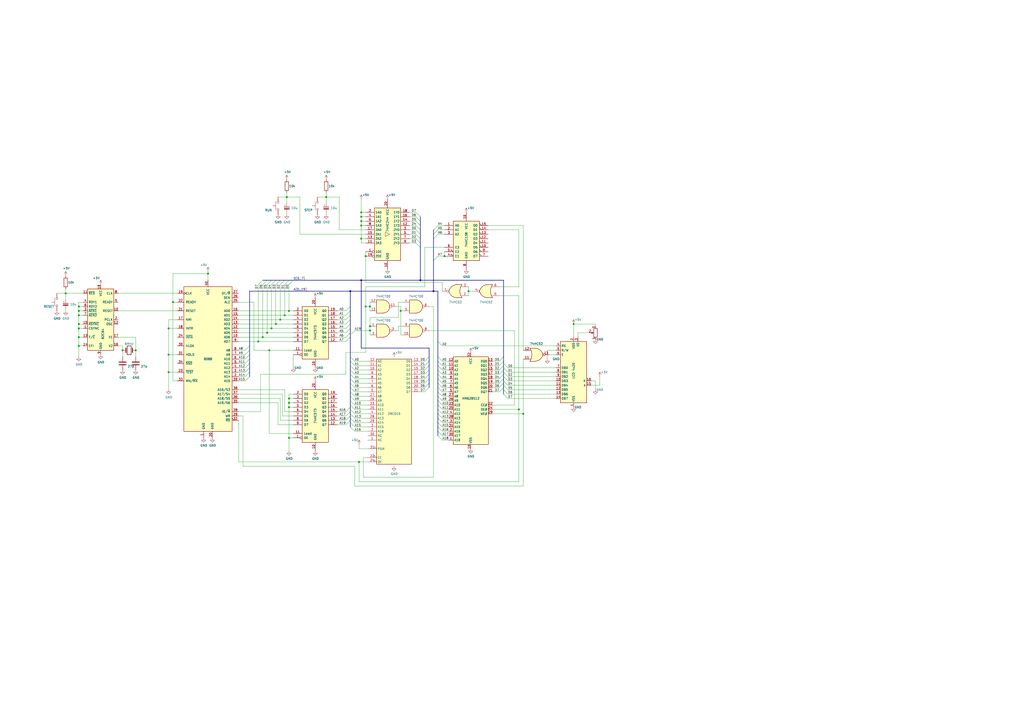
<source format=kicad_sch>
(kicad_sch (version 20211123) (generator eeschema)
  (paper "A2")
  (junction (at 45.72 180.34))
  (junction (at 100.33 175.26))
  (junction (at 45.72 177.8))
  (junction (at 160.02 187.96))
  (junction (at 165.1 182.88))
  (junction (at 97.79 205.74))
  (junction (at 71.12 203.2))
  (junction (at 303.53 240.03))
  (junction (at 167.64 236.22))
  (junction (at 232.41 180.34))
  (junction (at 45.72 190.5))
  (junction (at 332.74 187.96))
  (junction (at 214.63 177.8))
  (junction (at 209.55 125.73))
  (junction (at 45.72 182.88))
  (junction (at 243.84 162.56))
  (junction (at 214.63 191.77))
  (junction (at 167.64 233.68))
  (junction (at 209.55 138.43))
  (junction (at 203.2 168.91))
  (junction (at 212.09 177.8))
  (junction (at 208.28 267.97))
  (junction (at 97.79 215.9))
  (junction (at 271.78 168.91))
  (junction (at 97.79 190.5))
  (junction (at 162.56 185.42))
  (junction (at 300.99 237.49))
  (junction (at 149.86 198.12))
  (junction (at 257.81 148.59))
  (junction (at 154.94 193.04))
  (junction (at 166.37 114.3))
  (junction (at 45.72 187.96))
  (junction (at 167.64 231.14))
  (junction (at 78.74 203.2))
  (junction (at 157.48 190.5))
  (junction (at 45.72 200.66))
  (junction (at 251.46 168.91))
  (junction (at 167.64 180.34))
  (junction (at 38.1 170.18))
  (junction (at 156.21 203.2))
  (junction (at 212.09 148.59))
  (junction (at 214.63 189.23))
  (junction (at 152.4 195.58))
  (junction (at 167.64 254))
  (junction (at 120.65 158.75))
  (junction (at 45.72 195.58))
  (junction (at 209.55 162.56))
  (junction (at 209.55 130.81))
  (junction (at 209.55 128.27))
  (junction (at 209.55 123.19))
  (junction (at 189.23 114.3))
  (bus_entry (at 203.2 234.95) (size 2.54 2.54))
  (bus_entry (at 254 214.63) (size 2.54 2.54))
  (bus_entry (at 142.24 215.9) (size 2.54 -2.54))
  (bus_entry (at 142.24 210.82) (size 2.54 -2.54))
  (bus_entry (at 241.3 133.35) (size 2.54 2.54))
  (bus_entry (at 200.66 187.96) (size 2.54 -2.54))
  (bus_entry (at 241.3 125.73) (size 2.54 2.54))
  (bus_entry (at 241.3 128.27) (size 2.54 2.54))
  (bus_entry (at 254 212.09) (size 2.54 2.54))
  (bus_entry (at 142.24 203.2) (size 2.54 -2.54))
  (bus_entry (at 152.4 165.1) (size 2.54 -2.54))
  (bus_entry (at 203.2 227.33) (size 2.54 2.54))
  (bus_entry (at 292.1 215.9) (size 2.54 2.54))
  (bus_entry (at 254 148.59) (size -2.54 2.54))
  (bus_entry (at 254 130.81) (size -2.54 2.54))
  (bus_entry (at 254 133.35) (size -2.54 2.54))
  (bus_entry (at 254 135.89) (size -2.54 2.54))
  (bus_entry (at 246.38 212.09) (size 2.54 -2.54))
  (bus_entry (at 289.56 217.17) (size 2.54 -2.54))
  (bus_entry (at 203.2 242.57) (size 2.54 2.54))
  (bus_entry (at 292.1 223.52) (size 2.54 2.54))
  (bus_entry (at 254 222.25) (size 2.54 2.54))
  (bus_entry (at 246.38 217.17) (size 2.54 -2.54))
  (bus_entry (at 203.2 207.01) (size 2.54 2.54))
  (bus_entry (at 203.2 209.55) (size 2.54 2.54))
  (bus_entry (at 254 224.79) (size 2.54 2.54))
  (bus_entry (at 142.24 205.74) (size 2.54 -2.54))
  (bus_entry (at 246.38 224.79) (size 2.54 -2.54))
  (bus_entry (at 203.2 232.41) (size 2.54 2.54))
  (bus_entry (at 254 207.01) (size 2.54 2.54))
  (bus_entry (at 203.2 237.49) (size 2.54 2.54))
  (bus_entry (at 254 198.12) (size 2.54 2.54))
  (bus_entry (at 142.24 220.98) (size 2.54 -2.54))
  (bus_entry (at 254 234.95) (size 2.54 2.54))
  (bus_entry (at 241.3 140.97) (size 2.54 2.54))
  (bus_entry (at 254 242.57) (size 2.54 2.54))
  (bus_entry (at 254 217.17) (size 2.54 2.54))
  (bus_entry (at 292.1 218.44) (size 2.54 2.54))
  (bus_entry (at 200.66 198.12) (size 2.54 -2.54))
  (bus_entry (at 200.66 238.76) (size 2.54 -2.54))
  (bus_entry (at 200.66 182.88) (size 2.54 -2.54))
  (bus_entry (at 154.94 165.1) (size 2.54 -2.54))
  (bus_entry (at 200.66 190.5) (size 2.54 -2.54))
  (bus_entry (at 241.3 135.89) (size 2.54 2.54))
  (bus_entry (at 160.02 165.1) (size 2.54 -2.54))
  (bus_entry (at 292.1 228.6) (size 2.54 2.54))
  (bus_entry (at 142.24 218.44) (size 2.54 -2.54))
  (bus_entry (at 289.56 227.33) (size 2.54 -2.54))
  (bus_entry (at 292.1 210.82) (size 2.54 2.54))
  (bus_entry (at 289.56 222.25) (size 2.54 -2.54))
  (bus_entry (at 289.56 224.79) (size 2.54 -2.54))
  (bus_entry (at 289.56 214.63) (size 2.54 -2.54))
  (bus_entry (at 203.2 217.17) (size 2.54 2.54))
  (bus_entry (at 200.66 246.38) (size 2.54 -2.54))
  (bus_entry (at 200.66 243.84) (size 2.54 -2.54))
  (bus_entry (at 142.24 213.36) (size 2.54 -2.54))
  (bus_entry (at 254 245.11) (size 2.54 2.54))
  (bus_entry (at 203.2 229.87) (size 2.54 2.54))
  (bus_entry (at 200.66 193.04) (size 2.54 -2.54))
  (bus_entry (at 241.3 123.19) (size 2.54 2.54))
  (bus_entry (at 254 240.03) (size 2.54 2.54))
  (bus_entry (at 289.56 212.09) (size 2.54 -2.54))
  (bus_entry (at 292.1 213.36) (size 2.54 2.54))
  (bus_entry (at 203.2 194.31) (size 2.54 -2.54))
  (bus_entry (at 254 227.33) (size 2.54 2.54))
  (bus_entry (at 157.48 165.1) (size 2.54 -2.54))
  (bus_entry (at 203.2 247.65) (size 2.54 2.54))
  (bus_entry (at 167.64 165.1) (size 2.54 -2.54))
  (bus_entry (at 289.56 209.55) (size 2.54 -2.54))
  (bus_entry (at 241.3 130.81) (size 2.54 2.54))
  (bus_entry (at 203.2 214.63) (size 2.54 2.54))
  (bus_entry (at 203.2 245.11) (size 2.54 2.54))
  (bus_entry (at 292.1 220.98) (size 2.54 2.54))
  (bus_entry (at 246.38 219.71) (size 2.54 -2.54))
  (bus_entry (at 246.38 214.63) (size 2.54 -2.54))
  (bus_entry (at 162.56 165.1) (size 2.54 -2.54))
  (bus_entry (at 142.24 208.28) (size 2.54 -2.54))
  (bus_entry (at 203.2 240.03) (size 2.54 2.54))
  (bus_entry (at 246.38 209.55) (size 2.54 -2.54))
  (bus_entry (at 246.38 227.33) (size 2.54 -2.54))
  (bus_entry (at 292.1 226.06) (size 2.54 2.54))
  (bus_entry (at 254 229.87) (size 2.54 2.54))
  (bus_entry (at 254 237.49) (size 2.54 2.54))
  (bus_entry (at 200.66 241.3) (size 2.54 -2.54))
  (bus_entry (at 246.38 222.25) (size 2.54 -2.54))
  (bus_entry (at 289.56 219.71) (size 2.54 -2.54))
  (bus_entry (at 254 209.55) (size 2.54 2.54))
  (bus_entry (at 149.86 165.1) (size 2.54 -2.54))
  (bus_entry (at 203.2 212.09) (size 2.54 2.54))
  (bus_entry (at 254 250.19) (size 2.54 2.54))
  (bus_entry (at 200.66 195.58) (size 2.54 -2.54))
  (bus_entry (at 203.2 219.71) (size 2.54 2.54))
  (bus_entry (at 254 232.41) (size 2.54 2.54))
  (bus_entry (at 241.3 138.43) (size 2.54 2.54))
  (bus_entry (at 200.66 185.42) (size 2.54 -2.54))
  (bus_entry (at 165.1 165.1) (size 2.54 -2.54))
  (bus_entry (at 200.66 180.34) (size 2.54 -2.54))
  (bus_entry (at 254 247.65) (size 2.54 2.54))
  (bus_entry (at 203.2 224.79) (size 2.54 2.54))
  (bus_entry (at 254 252.73) (size 2.54 2.54))
  (bus_entry (at 203.2 222.25) (size 2.54 2.54))
  (bus_entry (at 254 219.71) (size 2.54 2.54))
  (bus (pts (xy 254 242.57) (xy 254 245.11)))
  (wire (pts (xy 205.74 209.55) (xy 213.36 209.55)))
  (wire (pts (xy 195.58 193.04) (xy 200.66 193.04)))
  (wire (pts (xy 256.54 168.91) (xy 256.54 163.83)))
  (wire (pts (xy 243.84 212.09) (xy 246.38 212.09)))
  (wire (pts (xy 209.55 140.97) (xy 209.55 138.43)))
  (wire (pts (xy 237.49 130.81) (xy 241.3 130.81)))
  (wire (pts (xy 45.72 195.58) (xy 48.26 195.58)))
  (bus (pts (xy 203.2 187.96) (xy 203.2 190.5)))
  (wire (pts (xy 167.64 165.1) (xy 167.64 180.34)))
  (wire (pts (xy 294.64 213.36) (xy 322.58 213.36)))
  (bus (pts (xy 165.1 162.56) (xy 167.64 162.56)))
  (bus (pts (xy 248.92 207.01) (xy 248.92 209.55)))
  (wire (pts (xy 231.14 189.23) (xy 231.14 191.77)))
  (wire (pts (xy 205.74 191.77) (xy 214.63 191.77)))
  (wire (pts (xy 205.74 229.87) (xy 213.36 229.87)))
  (wire (pts (xy 165.1 182.88) (xy 170.18 182.88)))
  (wire (pts (xy 138.43 241.3) (xy 140.97 241.3)))
  (wire (pts (xy 102.87 215.9) (xy 97.79 215.9)))
  (wire (pts (xy 170.18 193.04) (xy 154.94 193.04)))
  (bus (pts (xy 144.78 168.91) (xy 144.78 200.66)))
  (bus (pts (xy 203.2 238.76) (xy 203.2 240.03)))
  (wire (pts (xy 285.75 224.79) (xy 289.56 224.79)))
  (wire (pts (xy 322.58 203.2) (xy 317.5 203.2)))
  (wire (pts (xy 38.1 179.07) (xy 38.1 180.34)))
  (wire (pts (xy 156.21 203.2) (xy 170.18 203.2)))
  (wire (pts (xy 243.84 227.33) (xy 246.38 227.33)))
  (wire (pts (xy 298.45 191.77) (xy 298.45 234.95)))
  (wire (pts (xy 68.58 170.18) (xy 102.87 170.18)))
  (bus (pts (xy 243.84 162.56) (xy 209.55 162.56)))
  (bus (pts (xy 292.1 217.17) (xy 292.1 218.44)))
  (wire (pts (xy 200.66 185.42) (xy 195.58 185.42)))
  (wire (pts (xy 78.74 195.58) (xy 78.74 203.2)))
  (wire (pts (xy 233.68 180.34) (xy 232.41 180.34)))
  (wire (pts (xy 156.21 251.46) (xy 170.18 251.46)))
  (wire (pts (xy 214.63 175.26) (xy 214.63 177.8)))
  (wire (pts (xy 200.66 217.17) (xy 200.66 204.47)))
  (wire (pts (xy 294.64 231.14) (xy 322.58 231.14)))
  (bus (pts (xy 152.4 162.56) (xy 154.94 162.56)))
  (bus (pts (xy 203.2 185.42) (xy 203.2 187.96)))
  (wire (pts (xy 45.72 187.96) (xy 45.72 190.5)))
  (wire (pts (xy 232.41 194.31) (xy 233.68 194.31)))
  (bus (pts (xy 243.84 143.51) (xy 243.84 162.56)))
  (bus (pts (xy 292.1 226.06) (xy 292.1 228.6)))
  (wire (pts (xy 205.74 219.71) (xy 213.36 219.71)))
  (bus (pts (xy 254 168.91) (xy 254 198.12)))
  (wire (pts (xy 160.02 187.96) (xy 170.18 187.96)))
  (wire (pts (xy 170.18 228.6) (xy 167.64 228.6)))
  (wire (pts (xy 254 148.59) (xy 257.81 148.59)))
  (wire (pts (xy 162.56 231.14) (xy 162.56 243.84)))
  (wire (pts (xy 195.58 182.88) (xy 200.66 182.88)))
  (bus (pts (xy 254 234.95) (xy 254 237.49)))
  (wire (pts (xy 120.65 158.75) (xy 120.65 162.56)))
  (wire (pts (xy 154.94 193.04) (xy 138.43 193.04)))
  (bus (pts (xy 203.2 212.09) (xy 203.2 214.63)))
  (bus (pts (xy 248.92 214.63) (xy 248.92 217.17)))
  (wire (pts (xy 212.09 148.59) (xy 212.09 146.05)))
  (bus (pts (xy 203.2 219.71) (xy 203.2 222.25)))
  (wire (pts (xy 142.24 205.74) (xy 138.43 205.74)))
  (wire (pts (xy 200.66 180.34) (xy 195.58 180.34)))
  (bus (pts (xy 254 229.87) (xy 254 232.41)))
  (wire (pts (xy 256.54 200.66) (xy 322.58 200.66)))
  (wire (pts (xy 167.64 233.68) (xy 170.18 233.68)))
  (wire (pts (xy 335.28 193.04) (xy 341.63 193.04)))
  (wire (pts (xy 214.63 177.8) (xy 214.63 180.34)))
  (bus (pts (xy 254 247.65) (xy 254 250.19)))
  (bus (pts (xy 254 240.03) (xy 254 242.57)))
  (wire (pts (xy 209.55 130.81) (xy 212.09 130.81)))
  (wire (pts (xy 246.38 143.51) (xy 257.81 143.51)))
  (wire (pts (xy 97.79 190.5) (xy 97.79 205.74)))
  (bus (pts (xy 167.64 162.56) (xy 170.18 162.56)))
  (bus (pts (xy 248.92 212.09) (xy 248.92 214.63)))
  (wire (pts (xy 256.54 252.73) (xy 260.35 252.73)))
  (bus (pts (xy 203.2 190.5) (xy 203.2 193.04)))
  (bus (pts (xy 203.2 168.91) (xy 251.46 168.91)))
  (wire (pts (xy 200.66 204.47) (xy 212.09 204.47)))
  (wire (pts (xy 300.99 279.4) (xy 300.99 237.49)))
  (wire (pts (xy 140.97 270.51) (xy 205.74 270.51)))
  (bus (pts (xy 144.78 168.91) (xy 203.2 168.91)))
  (wire (pts (xy 170.18 180.34) (xy 167.64 180.34)))
  (wire (pts (xy 189.23 111.76) (xy 189.23 114.3)))
  (wire (pts (xy 318.77 205.74) (xy 322.58 205.74)))
  (wire (pts (xy 256.54 240.03) (xy 260.35 240.03)))
  (wire (pts (xy 45.72 195.58) (xy 45.72 200.66)))
  (wire (pts (xy 147.32 175.26) (xy 147.32 203.2)))
  (wire (pts (xy 189.23 114.3) (xy 189.23 118.11)))
  (bus (pts (xy 203.2 245.11) (xy 203.2 247.65)))
  (wire (pts (xy 209.55 128.27) (xy 209.55 125.73)))
  (wire (pts (xy 205.74 247.65) (xy 213.36 247.65)))
  (wire (pts (xy 195.58 198.12) (xy 200.66 198.12)))
  (wire (pts (xy 195.58 187.96) (xy 200.66 187.96)))
  (wire (pts (xy 303.53 240.03) (xy 303.53 281.94)))
  (wire (pts (xy 256.54 237.49) (xy 260.35 237.49)))
  (wire (pts (xy 237.49 133.35) (xy 241.3 133.35)))
  (bus (pts (xy 144.78 200.66) (xy 144.78 203.2)))
  (wire (pts (xy 68.58 195.58) (xy 78.74 195.58)))
  (wire (pts (xy 251.46 276.86) (xy 251.46 177.8)))
  (wire (pts (xy 231.14 175.26) (xy 231.14 184.15)))
  (bus (pts (xy 203.2 236.22) (xy 203.2 237.49)))
  (wire (pts (xy 212.09 138.43) (xy 209.55 138.43)))
  (bus (pts (xy 254 232.41) (xy 254 234.95)))
  (wire (pts (xy 232.41 180.34) (xy 232.41 177.8)))
  (wire (pts (xy 285.75 240.03) (xy 303.53 240.03)))
  (wire (pts (xy 212.09 163.83) (xy 212.09 148.59)))
  (wire (pts (xy 165.1 165.1) (xy 165.1 182.88)))
  (wire (pts (xy 166.37 114.3) (xy 161.29 114.3)))
  (wire (pts (xy 205.74 214.63) (xy 213.36 214.63)))
  (wire (pts (xy 167.64 231.14) (xy 170.18 231.14)))
  (wire (pts (xy 237.49 125.73) (xy 241.3 125.73)))
  (bus (pts (xy 203.2 229.87) (xy 203.2 232.41)))
  (wire (pts (xy 271.78 168.91) (xy 274.32 168.91)))
  (wire (pts (xy 212.09 125.73) (xy 209.55 125.73)))
  (wire (pts (xy 256.54 212.09) (xy 260.35 212.09)))
  (wire (pts (xy 237.49 138.43) (xy 241.3 138.43)))
  (wire (pts (xy 285.75 217.17) (xy 289.56 217.17)))
  (bus (pts (xy 292.1 224.79) (xy 292.1 226.06)))
  (wire (pts (xy 45.72 182.88) (xy 45.72 187.96)))
  (bus (pts (xy 144.78 210.82) (xy 144.78 213.36)))
  (wire (pts (xy 120.65 157.48) (xy 120.65 158.75)))
  (wire (pts (xy 165.1 226.06) (xy 165.1 238.76)))
  (wire (pts (xy 138.43 198.12) (xy 149.86 198.12)))
  (wire (pts (xy 157.48 165.1) (xy 157.48 190.5)))
  (wire (pts (xy 248.92 191.77) (xy 298.45 191.77)))
  (bus (pts (xy 170.18 162.56) (xy 209.55 162.56)))
  (wire (pts (xy 237.49 128.27) (xy 241.3 128.27)))
  (bus (pts (xy 160.02 162.56) (xy 162.56 162.56)))
  (wire (pts (xy 45.72 180.34) (xy 45.72 182.88)))
  (wire (pts (xy 45.72 190.5) (xy 45.72 195.58)))
  (wire (pts (xy 100.33 220.98) (xy 100.33 175.26)))
  (bus (pts (xy 254 224.79) (xy 254 227.33)))
  (wire (pts (xy 300.99 237.49) (xy 300.99 171.45)))
  (wire (pts (xy 294.64 218.44) (xy 322.58 218.44)))
  (wire (pts (xy 209.55 115.57) (xy 209.55 123.19)))
  (bus (pts (xy 203.2 195.58) (xy 203.2 207.01)))
  (bus (pts (xy 209.55 162.56) (xy 209.55 201.93)))
  (wire (pts (xy 161.29 246.38) (xy 170.18 246.38)))
  (wire (pts (xy 166.37 111.76) (xy 166.37 114.3)))
  (wire (pts (xy 45.72 200.66) (xy 48.26 200.66)))
  (wire (pts (xy 243.84 217.17) (xy 246.38 217.17)))
  (wire (pts (xy 196.85 114.3) (xy 189.23 114.3)))
  (wire (pts (xy 78.74 203.2) (xy 78.74 207.01)))
  (wire (pts (xy 173.99 135.89) (xy 173.99 114.3)))
  (wire (pts (xy 246.38 166.37) (xy 246.38 143.51)))
  (wire (pts (xy 285.75 214.63) (xy 289.56 214.63)))
  (bus (pts (xy 243.84 125.73) (xy 243.84 128.27)))
  (wire (pts (xy 151.13 238.76) (xy 151.13 217.17)))
  (wire (pts (xy 208.28 257.81) (xy 208.28 260.35)))
  (wire (pts (xy 38.1 167.64) (xy 38.1 170.18)))
  (bus (pts (xy 254 207.01) (xy 254 209.55)))
  (bus (pts (xy 248.92 222.25) (xy 248.92 224.79)))
  (wire (pts (xy 138.43 213.36) (xy 142.24 213.36)))
  (wire (pts (xy 100.33 158.75) (xy 100.33 175.26)))
  (wire (pts (xy 209.55 123.19) (xy 209.55 125.73)))
  (wire (pts (xy 195.58 243.84) (xy 200.66 243.84)))
  (wire (pts (xy 71.12 203.2) (xy 71.12 207.01)))
  (bus (pts (xy 292.1 207.01) (xy 292.1 209.55)))
  (bus (pts (xy 248.92 219.71) (xy 248.92 222.25)))
  (wire (pts (xy 256.54 217.17) (xy 260.35 217.17)))
  (wire (pts (xy 212.09 204.47) (xy 212.09 177.8)))
  (bus (pts (xy 292.1 162.56) (xy 243.84 162.56)))
  (wire (pts (xy 173.99 114.3) (xy 166.37 114.3)))
  (wire (pts (xy 303.53 203.2) (xy 303.53 130.81)))
  (bus (pts (xy 254 219.71) (xy 254 222.25)))
  (wire (pts (xy 45.72 180.34) (xy 48.26 180.34)))
  (wire (pts (xy 48.26 175.26) (xy 45.72 175.26)))
  (wire (pts (xy 210.82 276.86) (xy 251.46 276.86)))
  (wire (pts (xy 138.43 195.58) (xy 152.4 195.58)))
  (bus (pts (xy 203.2 177.8) (xy 203.2 180.34)))
  (wire (pts (xy 97.79 190.5) (xy 102.87 190.5)))
  (wire (pts (xy 97.79 185.42) (xy 97.79 190.5)))
  (wire (pts (xy 167.64 236.22) (xy 167.64 254)))
  (wire (pts (xy 205.74 232.41) (xy 213.36 232.41)))
  (wire (pts (xy 342.9 220.98) (xy 345.44 220.98)))
  (wire (pts (xy 167.64 233.68) (xy 167.64 236.22)))
  (wire (pts (xy 200.66 195.58) (xy 195.58 195.58)))
  (wire (pts (xy 142.24 210.82) (xy 138.43 210.82)))
  (wire (pts (xy 256.54 163.83) (xy 212.09 163.83)))
  (wire (pts (xy 256.54 247.65) (xy 260.35 247.65)))
  (wire (pts (xy 254 130.81) (xy 257.81 130.81)))
  (wire (pts (xy 154.94 165.1) (xy 154.94 193.04)))
  (wire (pts (xy 165.1 238.76) (xy 170.18 238.76)))
  (wire (pts (xy 163.83 241.3) (xy 170.18 241.3)))
  (bus (pts (xy 203.2 241.3) (xy 203.2 242.57)))
  (bus (pts (xy 254 209.55) (xy 254 212.09)))
  (wire (pts (xy 345.44 187.96) (xy 332.74 187.96)))
  (bus (pts (xy 292.1 212.09) (xy 292.1 213.36)))
  (wire (pts (xy 285.75 219.71) (xy 289.56 219.71)))
  (wire (pts (xy 283.21 130.81) (xy 303.53 130.81)))
  (bus (pts (xy 292.1 207.01) (xy 292.1 162.56)))
  (wire (pts (xy 303.53 208.28) (xy 303.53 240.03)))
  (wire (pts (xy 256.54 224.79) (xy 260.35 224.79)))
  (bus (pts (xy 203.2 243.84) (xy 203.2 245.11)))
  (wire (pts (xy 170.18 205.74) (xy 170.18 213.36)))
  (wire (pts (xy 151.13 217.17) (xy 200.66 217.17)))
  (bus (pts (xy 144.78 213.36) (xy 144.78 215.9)))
  (wire (pts (xy 232.41 180.34) (xy 232.41 194.31)))
  (wire (pts (xy 294.64 220.98) (xy 322.58 220.98)))
  (wire (pts (xy 285.75 227.33) (xy 289.56 227.33)))
  (wire (pts (xy 231.14 191.77) (xy 229.87 191.77)))
  (wire (pts (xy 138.43 218.44) (xy 142.24 218.44)))
  (bus (pts (xy 144.78 205.74) (xy 144.78 208.28)))
  (wire (pts (xy 285.75 212.09) (xy 289.56 212.09)))
  (wire (pts (xy 162.56 243.84) (xy 170.18 243.84)))
  (wire (pts (xy 205.74 234.95) (xy 213.36 234.95)))
  (wire (pts (xy 68.58 200.66) (xy 71.12 200.66)))
  (wire (pts (xy 285.75 237.49) (xy 300.99 237.49)))
  (wire (pts (xy 251.46 177.8) (xy 248.92 177.8)))
  (wire (pts (xy 212.09 123.19) (xy 209.55 123.19)))
  (wire (pts (xy 209.55 130.81) (xy 209.55 138.43)))
  (wire (pts (xy 161.29 233.68) (xy 161.29 246.38)))
  (wire (pts (xy 45.72 177.8) (xy 48.26 177.8)))
  (wire (pts (xy 256.54 232.41) (xy 260.35 232.41)))
  (wire (pts (xy 152.4 195.58) (xy 170.18 195.58)))
  (wire (pts (xy 138.43 190.5) (xy 157.48 190.5)))
  (bus (pts (xy 292.1 215.9) (xy 292.1 217.17)))
  (wire (pts (xy 214.63 184.15) (xy 214.63 189.23)))
  (bus (pts (xy 292.1 214.63) (xy 292.1 215.9)))
  (bus (pts (xy 243.84 128.27) (xy 243.84 130.81)))
  (wire (pts (xy 138.43 182.88) (xy 165.1 182.88)))
  (wire (pts (xy 233.68 189.23) (xy 231.14 189.23)))
  (bus (pts (xy 292.1 220.98) (xy 292.1 222.25)))
  (wire (pts (xy 189.23 114.3) (xy 184.15 114.3)))
  (wire (pts (xy 45.72 175.26) (xy 45.72 177.8)))
  (bus (pts (xy 254 198.12) (xy 254 207.01)))
  (wire (pts (xy 97.79 215.9) (xy 97.79 226.06)))
  (wire (pts (xy 285.75 222.25) (xy 289.56 222.25)))
  (wire (pts (xy 256.54 229.87) (xy 260.35 229.87)))
  (bus (pts (xy 292.1 222.25) (xy 292.1 223.52)))
  (wire (pts (xy 212.09 140.97) (xy 209.55 140.97)))
  (wire (pts (xy 205.74 250.19) (xy 213.36 250.19)))
  (wire (pts (xy 38.1 170.18) (xy 38.1 173.99)))
  (wire (pts (xy 300.99 166.37) (xy 289.56 166.37)))
  (wire (pts (xy 38.1 170.18) (xy 48.26 170.18)))
  (wire (pts (xy 45.72 190.5) (xy 48.26 190.5)))
  (wire (pts (xy 45.72 200.66) (xy 45.72 207.01)))
  (wire (pts (xy 205.74 224.79) (xy 213.36 224.79)))
  (wire (pts (xy 256.54 222.25) (xy 260.35 222.25)))
  (wire (pts (xy 138.43 231.14) (xy 162.56 231.14)))
  (wire (pts (xy 205.74 270.51) (xy 205.74 281.94)))
  (wire (pts (xy 205.74 245.11) (xy 213.36 245.11)))
  (wire (pts (xy 142.24 220.98) (xy 138.43 220.98)))
  (wire (pts (xy 102.87 220.98) (xy 100.33 220.98)))
  (wire (pts (xy 138.43 203.2) (xy 142.24 203.2)))
  (wire (pts (xy 294.64 228.6) (xy 322.58 228.6)))
  (wire (pts (xy 149.86 198.12) (xy 170.18 198.12)))
  (bus (pts (xy 251.46 138.43) (xy 251.46 151.13)))
  (wire (pts (xy 283.21 133.35) (xy 300.99 133.35)))
  (wire (pts (xy 205.74 227.33) (xy 213.36 227.33)))
  (wire (pts (xy 243.84 209.55) (xy 246.38 209.55)))
  (bus (pts (xy 144.78 215.9) (xy 144.78 218.44)))
  (wire (pts (xy 167.64 231.14) (xy 167.64 233.68)))
  (wire (pts (xy 209.55 128.27) (xy 212.09 128.27)))
  (bus (pts (xy 209.55 201.93) (xy 248.92 201.93)))
  (wire (pts (xy 167.64 254) (xy 167.64 261.62)))
  (wire (pts (xy 243.84 222.25) (xy 246.38 222.25)))
  (bus (pts (xy 248.92 201.93) (xy 248.92 207.01)))
  (wire (pts (xy 294.64 226.06) (xy 322.58 226.06)))
  (bus (pts (xy 248.92 209.55) (xy 248.92 212.09)))
  (bus (pts (xy 203.2 234.95) (xy 203.2 236.22)))
  (wire (pts (xy 167.64 236.22) (xy 170.18 236.22)))
  (bus (pts (xy 254 250.19) (xy 254 252.73)))
  (wire (pts (xy 317.5 203.2) (xy 317.5 208.28)))
  (wire (pts (xy 102.87 205.74) (xy 97.79 205.74)))
  (bus (pts (xy 154.94 162.56) (xy 157.48 162.56)))
  (bus (pts (xy 203.2 237.49) (xy 203.2 238.76)))
  (wire (pts (xy 167.64 228.6) (xy 167.64 231.14)))
  (wire (pts (xy 156.21 203.2) (xy 156.21 251.46)))
  (bus (pts (xy 243.84 140.97) (xy 243.84 143.51)))
  (wire (pts (xy 256.54 219.71) (xy 260.35 219.71)))
  (wire (pts (xy 166.37 123.19) (xy 166.37 124.46)))
  (wire (pts (xy 170.18 254) (xy 167.64 254)))
  (bus (pts (xy 243.84 130.81) (xy 243.84 133.35)))
  (wire (pts (xy 138.43 228.6) (xy 163.83 228.6)))
  (wire (pts (xy 294.64 215.9) (xy 322.58 215.9)))
  (wire (pts (xy 256.54 255.27) (xy 260.35 255.27)))
  (wire (pts (xy 208.28 260.35) (xy 213.36 260.35)))
  (wire (pts (xy 45.72 187.96) (xy 48.26 187.96)))
  (wire (pts (xy 167.64 180.34) (xy 138.43 180.34)))
  (wire (pts (xy 212.09 133.35) (xy 196.85 133.35)))
  (bus (pts (xy 243.84 133.35) (xy 243.84 135.89)))
  (bus (pts (xy 162.56 162.56) (xy 165.1 162.56)))
  (wire (pts (xy 205.74 217.17) (xy 213.36 217.17)))
  (bus (pts (xy 203.2 168.91) (xy 203.2 177.8)))
  (bus (pts (xy 292.1 213.36) (xy 292.1 214.63)))
  (bus (pts (xy 203.2 222.25) (xy 203.2 224.79)))
  (wire (pts (xy 256.54 227.33) (xy 260.35 227.33)))
  (bus (pts (xy 203.2 193.04) (xy 203.2 194.31)))
  (bus (pts (xy 203.2 240.03) (xy 203.2 241.3)))
  (wire (pts (xy 45.72 177.8) (xy 45.72 180.34)))
  (wire (pts (xy 212.09 135.89) (xy 173.99 135.89)))
  (wire (pts (xy 205.74 212.09) (xy 213.36 212.09)))
  (wire (pts (xy 195.58 238.76) (xy 200.66 238.76)))
  (bus (pts (xy 203.2 242.57) (xy 203.2 243.84)))
  (wire (pts (xy 138.43 208.28) (xy 142.24 208.28)))
  (wire (pts (xy 300.99 133.35) (xy 300.99 166.37)))
  (bus (pts (xy 203.2 209.55) (xy 203.2 212.09)))
  (bus (pts (xy 203.2 182.88) (xy 203.2 185.42)))
  (bus (pts (xy 203.2 232.41) (xy 203.2 234.95)))
  (wire (pts (xy 345.44 189.23) (xy 345.44 187.96)))
  (wire (pts (xy 256.54 234.95) (xy 260.35 234.95)))
  (bus (pts (xy 254 214.63) (xy 254 217.17)))
  (wire (pts (xy 147.32 203.2) (xy 156.21 203.2)))
  (wire (pts (xy 71.12 200.66) (xy 71.12 203.2)))
  (wire (pts (xy 100.33 175.26) (xy 102.87 175.26)))
  (bus (pts (xy 251.46 133.35) (xy 251.46 135.89)))
  (wire (pts (xy 256.54 245.11) (xy 260.35 245.11)))
  (bus (pts (xy 243.84 138.43) (xy 243.84 140.97)))
  (wire (pts (xy 205.74 240.03) (xy 213.36 240.03)))
  (wire (pts (xy 243.84 219.71) (xy 246.38 219.71)))
  (wire (pts (xy 205.74 281.94) (xy 303.53 281.94)))
  (bus (pts (xy 203.2 214.63) (xy 203.2 217.17)))
  (bus (pts (xy 144.78 203.2) (xy 144.78 205.74)))
  (wire (pts (xy 166.37 114.3) (xy 166.37 118.11)))
  (wire (pts (xy 140.97 241.3) (xy 140.97 270.51)))
  (wire (pts (xy 257.81 146.05) (xy 257.81 148.59)))
  (wire (pts (xy 157.48 190.5) (xy 170.18 190.5)))
  (bus (pts (xy 203.2 217.17) (xy 203.2 219.71)))
  (wire (pts (xy 285.75 209.55) (xy 289.56 209.55)))
  (wire (pts (xy 214.63 189.23) (xy 214.63 191.77)))
  (bus (pts (xy 254 212.09) (xy 254 214.63)))
  (wire (pts (xy 208.28 267.97) (xy 213.36 267.97)))
  (wire (pts (xy 271.78 171.45) (xy 271.78 168.91)))
  (bus (pts (xy 243.84 135.89) (xy 243.84 138.43)))
  (bus (pts (xy 254 245.11) (xy 254 247.65)))
  (wire (pts (xy 254 135.89) (xy 257.81 135.89)))
  (bus (pts (xy 292.1 210.82) (xy 292.1 212.09)))
  (bus (pts (xy 292.1 223.52) (xy 292.1 224.79)))
  (wire (pts (xy 298.45 234.95) (xy 285.75 234.95)))
  (bus (pts (xy 251.46 168.91) (xy 254 168.91)))
  (wire (pts (xy 163.83 228.6) (xy 163.83 241.3)))
  (wire (pts (xy 160.02 165.1) (xy 160.02 187.96)))
  (wire (pts (xy 232.41 177.8) (xy 229.87 177.8)))
  (bus (pts (xy 254 217.17) (xy 254 219.71)))
  (wire (pts (xy 209.55 130.81) (xy 209.55 128.27)))
  (bus (pts (xy 203.2 227.33) (xy 203.2 229.87)))
  (wire (pts (xy 213.36 265.43) (xy 210.82 265.43)))
  (wire (pts (xy 68.58 180.34) (xy 102.87 180.34)))
  (wire (pts (xy 212.09 177.8) (xy 212.09 166.37)))
  (wire (pts (xy 189.23 123.19) (xy 189.23 124.46)))
  (bus (pts (xy 251.46 135.89) (xy 251.46 138.43)))
  (wire (pts (xy 212.09 177.8) (xy 214.63 177.8)))
  (wire (pts (xy 45.72 182.88) (xy 48.26 182.88)))
  (wire (pts (xy 254 133.35) (xy 257.81 133.35)))
  (bus (pts (xy 254 222.25) (xy 254 224.79)))
  (wire (pts (xy 138.43 175.26) (xy 147.32 175.26)))
  (wire (pts (xy 102.87 185.42) (xy 97.79 185.42)))
  (wire (pts (xy 138.43 233.68) (xy 161.29 233.68)))
  (wire (pts (xy 347.98 223.52) (xy 347.98 218.44)))
  (bus (pts (xy 203.2 207.01) (xy 203.2 209.55)))
  (bus (pts (xy 292.1 209.55) (xy 292.1 210.82)))
  (wire (pts (xy 243.84 224.79) (xy 246.38 224.79)))
  (wire (pts (xy 256.54 209.55) (xy 260.35 209.55)))
  (wire (pts (xy 162.56 165.1) (xy 162.56 185.42)))
  (bus (pts (xy 203.2 194.31) (xy 203.2 195.58)))
  (wire (pts (xy 237.49 135.89) (xy 241.3 135.89)))
  (bus (pts (xy 292.1 219.71) (xy 292.1 220.98)))
  (wire (pts (xy 149.86 165.1) (xy 149.86 198.12)))
  (wire (pts (xy 205.74 222.25) (xy 213.36 222.25)))
  (wire (pts (xy 256.54 214.63) (xy 260.35 214.63)))
  (wire (pts (xy 38.1 170.18) (xy 33.02 170.18)))
  (bus (pts (xy 144.78 208.28) (xy 144.78 210.82)))
  (wire (pts (xy 138.43 226.06) (xy 165.1 226.06)))
  (wire (pts (xy 200.66 246.38) (xy 195.58 246.38)))
  (wire (pts (xy 335.28 195.58) (xy 335.28 193.04)))
  (bus (pts (xy 292.1 218.44) (xy 292.1 219.71)))
  (wire (pts (xy 342.9 223.52) (xy 347.98 223.52)))
  (wire (pts (xy 162.56 185.42) (xy 138.43 185.42)))
  (wire (pts (xy 208.28 267.97) (xy 208.28 279.4)))
  (bus (pts (xy 251.46 151.13) (xy 251.46 168.91)))
  (wire (pts (xy 214.63 191.77) (xy 214.63 194.31)))
  (wire (pts (xy 138.43 238.76) (xy 151.13 238.76)))
  (wire (pts (xy 233.68 175.26) (xy 231.14 175.26)))
  (wire (pts (xy 208.28 279.4) (xy 300.99 279.4)))
  (bus (pts (xy 203.2 224.79) (xy 203.2 227.33)))
  (wire (pts (xy 120.65 158.75) (xy 100.33 158.75)))
  (wire (pts (xy 142.24 215.9) (xy 138.43 215.9)))
  (wire (pts (xy 212.09 166.37) (xy 246.38 166.37)))
  (wire (pts (xy 243.84 214.63) (xy 246.38 214.63)))
  (bus (pts (xy 203.2 180.34) (xy 203.2 182.88)))
  (wire (pts (xy 237.49 140.97) (xy 241.3 140.97)))
  (wire (pts (xy 205.74 237.49) (xy 213.36 237.49)))
  (wire (pts (xy 271.78 168.91) (xy 271.78 166.37)))
  (wire (pts (xy 170.18 185.42) (xy 162.56 185.42)))
  (wire (pts (xy 205.74 242.57) (xy 213.36 242.57)))
  (wire (pts (xy 138.43 243.84) (xy 138.43 267.97)))
  (wire (pts (xy 97.79 205.74) (xy 97.79 215.9)))
  (wire (pts (xy 210.82 265.43) (xy 210.82 276.86)))
  (wire (pts (xy 332.74 187.96) (xy 332.74 195.58)))
  (bus (pts (xy 248.92 217.17) (xy 248.92 219.71)))
  (wire (pts (xy 345.44 220.98) (xy 345.44 226.06)))
  (bus (pts (xy 254 237.49) (xy 254 240.03)))
  (wire (pts (xy 138.43 187.96) (xy 160.02 187.96)))
  (bus (pts (xy 254 227.33) (xy 254 229.87)))
  (bus (pts (xy 157.48 162.56) (xy 160.02 162.56)))
  (wire (pts (xy 196.85 133.35) (xy 196.85 114.3)))
  (wire (pts (xy 200.66 241.3) (xy 195.58 241.3)))
  (wire (pts (xy 300.99 171.45) (xy 289.56 171.45)))
  (wire (pts (xy 256.54 242.57) (xy 260.35 242.57)))
  (wire (pts (xy 231.14 184.15) (xy 214.63 184.15)))
  (wire (pts (xy 200.66 190.5) (xy 195.58 190.5)))
  (wire (pts (xy 138.43 267.97) (xy 208.28 267.97)))
  (wire (pts (xy 294.64 223.52) (xy 322.58 223.52)))
  (wire (pts (xy 152.4 165.1) (xy 152.4 195.58)))
  (wire (pts (xy 256.54 250.19) (xy 260.35 250.19)))
  (wire (pts (xy 237.49 123.19) (xy 241.3 123.19)))
  (label "D7" (at 149.86 167.64 90))
  (label "D2" (at 243.84 214.63 0))
  (label "A6" (at 254 135.89 0))
  (label "A7" (at 205.74 227.33 0))
  (label "D6" (at 152.4 167.64 90))
  (label "D0" (at 243.84 209.55 0))
  (label "D6" (at 243.84 224.79 0))
  (label "D4" (at 287.02 219.71 0))
  (label "A15" (at 205.74 247.65 0))
  (label "A2" (at 196.85 185.42 0))
  (label "D[0..7]" (at 170.18 162.56 0))
  (label "D3" (at 238.76 140.97 0))
  (label "A16" (at 205.74 250.19 0))
  (label "D7" (at 294.64 231.14 0))
  (label "D4" (at 238.76 130.81 0))
  (label "A12" (at 256.54 240.03 0))
  (label "A15" (at 138.43 220.98 0))
  (label "A18" (at 256.54 255.27 0))
  (label "A9" (at 138.43 205.74 0))
  (label "D5" (at 287.02 222.25 0))
  (label "D6" (at 294.64 228.6 0))
  (label "A5" (at 196.85 193.04 0))
  (label "A10" (at 138.43 208.28 0))
  (label "D1" (at 165.1 167.64 90))
  (label "D3" (at 160.02 167.64 90))
  (label "A9" (at 256.54 232.41 0))
  (label "A1" (at 205.74 212.09 0))
  (label "A12" (at 138.43 213.36 0))
  (label "A8" (at 138.43 203.2 0))
  (label "A17" (at 256.54 252.73 0))
  (label "D5" (at 238.76 128.27 0))
  (label "A8" (at 256.54 229.87 0))
  (label "A5" (at 256.54 222.25 0))
  (label "A11" (at 256.54 237.49 0))
  (label "D6" (at 287.02 224.79 0))
  (label "A11" (at 205.74 237.49 0))
  (label "A2" (at 205.74 214.63 0))
  (label "A13" (at 138.43 215.9 0))
  (label "A16" (at 196.85 238.76 0))
  (label "A0" (at 205.74 209.55 0))
  (label "A7" (at 254 148.59 0))
  (label "A4" (at 254 130.81 0))
  (label "A14" (at 138.43 218.44 0))
  (label "A3" (at 196.85 187.96 0))
  (label "A4" (at 205.74 219.71 0))
  (label "A14" (at 256.54 245.11 0))
  (label "A6" (at 205.74 224.79 0))
  (label "A1" (at 196.85 182.88 0))
  (label "A16" (at 256.54 250.19 0))
  (label "D3" (at 243.84 217.17 0))
  (label "A7" (at 256.54 227.33 0))
  (label "A0" (at 256.54 200.66 0))
  (label "D4" (at 157.48 167.64 90))
  (label "D1" (at 243.84 212.09 0))
  (label "A12" (at 205.74 240.03 0))
  (label "D0" (at 294.64 213.36 0))
  (label "A3" (at 256.54 217.17 0))
  (label "A0" (at 196.85 180.34 0))
  (label "D4" (at 294.64 223.52 0))
  (label "A9" (at 205.74 232.41 0))
  (label "D5" (at 294.64 226.06 0))
  (label "A10" (at 256.54 234.95 0))
  (label "A6" (at 196.85 195.58 0))
  (label "A5" (at 254 133.35 0))
  (label "A13" (at 256.54 242.57 0))
  (label "D7" (at 287.02 227.33 0))
  (label "A15" (at 256.54 247.65 0))
  (label "A2" (at 256.54 214.63 0))
  (label "D1" (at 294.64 215.9 0))
  (label "A10" (at 205.74 234.95 0))
  (label "D0" (at 238.76 133.35 0))
  (label "D2" (at 238.76 138.43 0))
  (label "A19" (at 205.74 191.77 0))
  (label "A19" (at 196.85 246.38 0))
  (label "D4" (at 243.84 219.71 0))
  (label "D7" (at 243.84 227.33 0))
  (label "A4" (at 256.54 219.71 0))
  (label "A18" (at 196.85 243.84 0))
  (label "D2" (at 162.56 167.64 90))
  (label "D2" (at 287.02 214.63 0))
  (label "A11" (at 138.43 210.82 0))
  (label "A1" (at 256.54 212.09 0))
  (label "A17" (at 196.85 241.3 0))
  (label "D2" (at 294.64 218.44 0))
  (label "A3" (at 205.74 217.17 0))
  (label "A0" (at 256.54 209.55 0))
  (label "D5" (at 154.94 167.64 90))
  (label "A[0..19]" (at 170.18 168.91 0))
  (label "A5" (at 205.74 222.25 0))
  (label "A7" (at 196.85 198.12 0))
  (label "D3" (at 294.64 220.98 0))
  (label "D3" (at 287.02 217.17 0))
  (label "A14" (at 205.74 245.11 0))
  (label "D1" (at 238.76 135.89 0))
  (label "A6" (at 256.54 224.79 0))
  (label "A8" (at 205.74 229.87 0))
  (label "A13" (at 205.74 242.57 0))
  (label "D1" (at 287.02 212.09 0))
  (label "D0" (at 167.64 167.64 90))
  (label "A4" (at 196.85 190.5 0))
  (label "D5" (at 243.84 222.25 0))
  (label "D6" (at 238.76 125.73 0))
  (label "D0" (at 287.02 209.55 0))
  (label "D7" (at 238.76 123.19 0))
  (symbol (lib_id "MCU_Intel:8088_Min_Mode") (at 120.65 208.28 0) (unit 1)
    (property "Reference" "U1" (effects hide))
    (property "Value" "8088" (at 120.65 208.28 0))
    (property "Footprint" "Package_DIP:DIP-40_W15.24mm" (effects hide))
    (property "Datasheet" "http://datasheets.chipdb.org/Intel/x86/808x/datashts/8088/231456-006.pdf" (effects hide))
  )
  (symbol (lib_id "power:GND") (at 118.11 254 0) (unit 1)
    (property "Reference" "#PWR0117" (effects hide))
    (property "Value" "GND" (at 118.237 258.3942 0))
  )
  (symbol (lib_id "power:GND") (at 123.19 254 0) (unit 1)
    (property "Reference" "#PWR0116" (effects hide))
    (property "Value" "GND" (at 123.317 258.3942 0))
  )
  (symbol (lib_id "power:+5V") (at 120.65 157.48 0) (unit 1)
    (property "Reference" "#PWR0102" (effects hide))
    (property "Value" "+5V" (at 118.11 153.67 0))
  )
  (symbol (lib_id "power:GND") (at 97.79 226.06 0) (unit 1)
    (property "Reference" "#PWR0101" (effects hide))
    (property "Value" "GND" (at 97.917 230.4542 0))
  )
  (symbol (lib_id "Device:C_Polarized_Small") (at 38.1 176.53 0) (unit 1)
    (property "Reference" "C1" (effects hide))
    (property "Value" "10u" (at 40.64 176.53 0) (effects (justify left)))
  )
  (symbol (lib_id "Device:R") (at 38.1 163.83 0) (unit 1)
    (property "Reference" "R1" (effects hide))
    (property "Value" "10k" (at 39.37 163.83 0) (effects (justify left)))
  )
  (symbol (lib_id "Switch:SW_Push") (at 33.02 175.26 90) (unit 1)
    (property "Reference" "SW1" (effects hide))
    (property "Value" "RESET" (at 25.4 177.8 90) (effects (justify right)))
  )
  (symbol (lib_id "power:+5V") (at 38.1 160.02 0) (unit 1)
    (property "Reference" "#PWR0106" (effects hide))
    (property "Value" "+5V" (at 38.481 155.6258 0))
  )
  (symbol (lib_id "power:GND") (at 33.02 180.34 0) (unit 1)
    (property "Reference" "#PWR0104" (effects hide))
    (property "Value" "GND" (at 33.147 184.7342 0))
  )
  (symbol (lib_id "power:GND") (at 38.1 180.34 0) (unit 1)
    (property "Reference" "#PWR0105" (effects hide))
    (property "Value" "GND" (at 38.227 184.7342 0))
  )
  (symbol (lib_id "74xx:74LS573") (at 182.88 193.04 0) (unit 1)
    (property "Reference" "U2" (effects hide))
    (property "Value" "74HC573" (at 182.88 193.04 90))
    (property "Datasheet" "74xx/74hc573.pdf" (effects hide))
  )
  (symbol (lib_id "74xx:74LS573") (at 182.88 241.3 0) (unit 1)
    (property "Reference" "U3" (effects hide))
    (property "Value" "74HC573" (at 182.88 241.3 90))
    (property "Datasheet" "74xx/74hc573.pdf" (effects hide))
  )
  (symbol (lib_id "power:GND") (at 182.88 261.62 0) (unit 1)
    (property "Reference" "#PWR0120" (effects hide))
    (property "Value" "GND" (at 183.007 266.0142 0))
  )
  (symbol (lib_id "power:GND") (at 182.88 213.36 0) (unit 1)
    (property "Reference" "#PWR0125" (effects hide))
    (property "Value" "GND" (at 185.42 213.36 0))
  )
  (symbol (lib_id "power:+5V") (at 182.88 220.98 0) (unit 1)
    (property "Reference" "#PWR0111" (effects hide))
    (property "Value" "+5V" (at 185.42 218.44 0))
  )
  (symbol (lib_id "power:+5V") (at 182.88 172.72 0) (unit 1)
    (property "Reference" "#PWR0123" (effects hide))
    (property "Value" "+5V" (at 185.42 170.18 0))
  )
  (symbol (lib_id "power:GND") (at 167.64 261.62 0) (unit 1)
    (property "Reference" "#PWR0122" (effects hide))
    (property "Value" "GND" (at 167.767 266.0142 0))
  )
  (symbol (lib_id "power:GND") (at 170.18 213.36 0) (unit 1)
    (property "Reference" "#PWR0124" (effects hide))
    (property "Value" "GND" (at 172.72 213.36 0))
  )
  (symbol (lib_id "Memory_Flash:SST39SF010") (at 228.6 240.03 0) (unit 1)
    (property "Reference" "U4" (effects hide))
    (property "Value" "29C010" (at 228.6 240.03 0))
    (pin "31" (alternate "WE"))
  )
  (symbol (lib_id "power:GND") (at 228.6 270.51 0) (unit 1)
    (property "Reference" "#PWR0112" (effects hide))
    (property "Value" "GND" (at 228.727 274.9042 0))
  )
  (symbol (lib_id "power:+5V") (at 228.6 207.01 0) (unit 1)
    (property "Reference" "#PWR0110" (effects hide))
    (property "Value" "+5V" (at 231.14 204.47 0))
  )
  (symbol (lib_id "Device:C_Polarized_Small") (at 166.37 120.65 0) (unit 1)
    (property "Reference" "C5" (effects hide))
    (property "Value" "10u" (at 168.91 120.65 0) (effects (justify left)))
  )
  (symbol (lib_id "power:GND") (at 345.44 226.06 0) (unit 1)
    (property "Reference" "#PWR0109" (effects hide))
    (property "Value" "GND" (at 347.98 226.06 0))
  )
  (symbol (lib_id "power:GND") (at 161.29 124.46 0) (unit 1)
    (property "Reference" "#PWR0140" (effects hide))
    (property "Value" "GND" (at 161.417 128.8542 0))
  )
  (symbol (lib_id "Device:R") (at 189.23 107.95 0) (unit 1)
    (property "Reference" "R2" (effects hide))
    (property "Value" "10k" (at 190.5 107.95 0) (effects (justify left)))
  )
  (symbol (lib_id "Timer:8284") (at 58.42 185.42 0) (unit 1)
    (property "Reference" "U11" (effects hide))
    (property "Value" "82C84" (at 59.69 196.85 90) (effects (justify left)))
    (property "Footprint" "Package_DIP:DIP-18_W7.62mm" (effects hide))
    (property "Datasheet" "http://www.cpu-galaxy.at/cpu/ram%20rom%20eprom/other_intel_chips/other_intel-Dateien/D8284A_Datasheet.pdf" (effects hide))
  )
  (symbol (lib_id "Device:R_Potentiometer") (at 345.44 193.04 180) (unit 1)
    (property "Reference" "RV1" (effects hide))
    (property "Value" "R_Potentiometer" (effects hide))
  )
  (symbol (lib_id "power:GND") (at 273.05 260.35 0) (unit 1)
    (property "Reference" "#PWR0103" (effects hide))
    (property "Value" "GND" (at 273.177 264.7442 0))
  )
  (symbol (lib_id "Memory_RAM:AS6C4008-55PCN") (at 273.05 232.41 0) (unit 1)
    (property "Reference" "U6" (effects hide))
    (property "Value" "HM628512" (at 267.97 231.14 0) (effects (justify left)))
    (property "Footprint" "Package_DIP:DIP-32_W15.24mm" (effects hide))
  )
  (symbol (lib_id "power:GND") (at 78.74 214.63 0) (unit 1)
    (property "Reference" "#PWR0118" (effects hide))
    (property "Value" "GND" (at 78.867 219.0242 0))
  )
  (symbol (lib_id "power:GND") (at 317.5 208.28 0) (unit 1)
    (property "Reference" "#PWR0115" (effects hide))
    (property "Value" "GND" (at 322.58 208.28 0))
  )
  (symbol (lib_id "Device:C") (at 71.12 210.82 0) (unit 1)
    (property "Reference" "C2" (effects hide))
    (property "Value" "27p" (at 74.041 212.5222 0) (effects (justify left)))
  )
  (symbol (lib_id "74xx:74LS138") (at 270.51 138.43 0) (unit 1)
    (property "Reference" "U8" (effects hide))
    (property "Value" "74HC138" (at 270.51 143.51 90) (effects (justify left)))
  )
  (symbol (lib_id "Device:Crystal") (at 74.93 203.2 180) (unit 1)
    (property "Reference" "Y1" (effects hide))
    (property "Value" "6MHz" (at 74.93 199.4717 0))
  )
  (symbol (lib_id "74xx:74HC02") (at 281.94 168.91 180) (unit 2)
    (property "Reference" "U9" (effects hide))
    (property "Value" "74HC02" (at 281.94 175.26 0))
    (property "Datasheet" "http://www.ti.com/lit/gpn/sn74hc02" (effects hide))
  )
  (symbol (lib_id "power:GND") (at 224.79 156.21 0) (unit 1)
    (property "Reference" "#PWR0132" (effects hide))
    (property "Value" "GND" (at 224.917 160.6042 0))
  )
  (symbol (lib_id "Device:C_Polarized_Small") (at 189.23 120.65 0) (unit 1)
    (property "Reference" "C4" (effects hide))
    (property "Value" "10u" (at 191.77 120.65 0) (effects (justify left)))
  )
  (symbol (lib_id "power:+5V") (at 189.23 104.14 0) (unit 1)
    (property "Reference" "#PWR0138" (effects hide))
    (property "Value" "+5V" (at 189.611 99.7458 0))
  )
  (symbol (lib_id "Switch:SW_Push") (at 184.15 119.38 90) (unit 1)
    (property "Reference" "SW2" (effects hide))
    (property "Value" "STEP" (at 176.53 121.92 90) (effects (justify right)))
  )
  (symbol (lib_id "power:+5V") (at 208.28 257.81 0) (unit 1)
    (property "Reference" "#PWR0135" (effects hide))
    (property "Value" "+5V" (at 205.74 255.27 0))
  )
  (symbol (lib_id "74xx:74AHC244") (at 224.79 135.89 0) (unit 1)
    (property "Reference" "U7" (effects hide))
    (property "Value" "74HC244" (at 224.79 134.62 90) (effects (justify left)))
    (property "Datasheet" "https://assets.nexperia.com/documents/data-sheet/74AHC_AHCT244.pdf" (effects hide))
  )
  (symbol (lib_id "power:+5V") (at 270.51 123.19 0) (unit 1)
    (property "Reference" "#PWR0131" (effects hide))
    (property "Value" "+5V" (at 273.05 120.65 0))
  )
  (symbol (lib_id "Switch:SW_Push") (at 161.29 119.38 90) (unit 1)
    (property "Reference" "SW3" (effects hide))
    (property "Value" "RUN" (at 153.67 121.92 90) (effects (justify right)))
  )
  (symbol (lib_id "Display_Character:NHD-0420H1Z") (at 332.74 215.9 0) (unit 1)
    (property "Reference" "U10" (effects hide))
    (property "Value" "LCD 4x20" (at 332.74 219.71 90) (effects (justify left)))
    (property "Footprint" "Display:NHD-0420H1Z" (effects hide))
    (property "Datasheet" "http://www.newhavendisplay.com/specs/NHD-0420H1Z-FSW-GBW-33V3.pdf" (effects hide))
  )
  (symbol (lib_id "power:GND") (at 345.44 196.85 0) (unit 1)
    (property "Reference" "#PWR0114" (effects hide))
    (property "Value" "GND" (at 347.98 196.85 0))
  )
  (symbol (lib_id "power:GND") (at 45.72 207.01 0) (unit 1)
    (property "Reference" "#PWR0127" (effects hide))
    (property "Value" "GND" (at 45.847 211.4042 0))
  )
  (symbol (lib_id "Device:C") (at 78.74 210.82 0) (unit 1)
    (property "Reference" "C3" (effects hide))
    (property "Value" "27p" (at 81.661 212.5222 0) (effects (justify left)))
  )
  (symbol (lib_id "power:GND") (at 166.37 124.46 0) (unit 1)
    (property "Reference" "#PWR0139" (effects hide))
    (property "Value" "GND" (at 166.497 128.8542 0))
  )
  (symbol (lib_id "power:GND") (at 270.51 156.21 0) (unit 1)
    (property "Reference" "#PWR0129" (effects hide))
    (property "Value" "GND" (at 270.637 160.6042 0))
  )
  (symbol (lib_id "power:+5V") (at 224.79 115.57 0) (unit 1)
    (property "Reference" "#PWR0133" (effects hide))
    (property "Value" "+5V" (at 227.33 113.03 0))
  )
  (symbol (lib_id "Device:R") (at 166.37 107.95 0) (unit 1)
    (property "Reference" "R3" (effects hide))
    (property "Value" "10k" (at 167.64 107.95 0) (effects (justify left)))
  )
  (symbol (lib_id "power:+5V") (at 347.98 218.44 0) (unit 1)
    (property "Reference" "#PWR0108" (effects hide))
    (property "Value" "+5V" (at 350.52 215.9 0))
  )
  (symbol (lib_id "power:+5V") (at 166.37 104.14 0) (unit 1)
    (property "Reference" "#PWR0137" (effects hide))
    (property "Value" "+5V" (at 166.751 99.7458 0))
  )
  (symbol (lib_id "power:GND") (at 71.12 214.63 0) (unit 1)
    (property "Reference" "#PWR0119" (effects hide))
    (property "Value" "GND" (at 71.247 219.0242 0))
  )
  (symbol (lib_id "74xx:74HC02") (at 264.16 168.91 180) (unit 1)
    (property "Reference" "U9" (effects hide))
    (property "Value" "74HC02" (at 264.16 175.26 0))
    (property "Datasheet" "http://www.ti.com/lit/gpn/sn74hc02" (effects hide))
  )
  (symbol (lib_id "power:GND") (at 58.42 205.74 0) (unit 1)
    (property "Reference" "#PWR0128" (effects hide))
    (property "Value" "GND" (at 58.547 210.1342 0))
  )
  (symbol (lib_id "power:GND") (at 189.23 124.46 0) (unit 1)
    (property "Reference" "#PWR0126" (effects hide))
    (property "Value" "GND" (at 189.357 128.8542 0))
  )
  (symbol (lib_id "power:+5V") (at 332.74 187.96 0) (unit 1)
    (property "Reference" "#PWR0107" (effects hide))
    (property "Value" "+5V" (at 335.28 185.42 0))
  )
  (symbol (lib_id "74xx:74HCT00") (at 222.25 191.77 0) (unit 1)
    (property "Reference" "U5" (effects hide))
    (property "Value" "74HCT00" (at 222.25 185.8518 0))
    (property "Datasheet" "http://www.ti.com/lit/gpn/sn74hct00" (effects hide))
  )
  (symbol (lib_id "power:GND") (at 184.15 124.46 0) (unit 1)
    (property "Reference" "#PWR0136" (effects hide))
    (property "Value" "GND" (at 184.277 128.8542 0))
  )
  (symbol (lib_id "power:+5V") (at 58.42 165.1 0) (unit 1)
    (property "Reference" "#PWR0121" (effects hide))
    (property "Value" "+5V" (at 55.88 161.29 0))
  )
  (symbol (lib_id "74xx:74HCT00") (at 241.3 177.8 0) (unit 2)
    (property "Reference" "U5" (effects hide))
    (property "Value" "74HCT00" (at 241.3 171.8818 0))
    (property "Datasheet" "http://www.ti.com/lit/gpn/sn74hct00" (effects hide))
  )
  (symbol (lib_id "power:+5V") (at 209.55 115.57 0) (unit 1)
    (property "Reference" "#PWR0134" (effects hide))
    (property "Value" "+5V" (at 212.09 113.03 0))
  )
  (symbol (lib_id "74xx:74HCT00") (at 241.3 191.77 0) (unit 3)
    (property "Reference" "U5" (effects hide))
    (property "Value" "74HCT00" (at 241.3 185.8518 0))
    (property "Datasheet" "http://www.ti.com/lit/gpn/sn74hct00" (effects hide))
  )
  (symbol (lib_id "power:GND") (at 332.74 236.22 0) (unit 1)
    (property "Reference" "#PWR0113" (effects hide))
    (property "Value" "GND" (at 335.28 236.22 0))
  )
  (symbol (lib_id "power:+5V") (at 273.05 204.47 0) (unit 1)
    (property "Reference" "#PWR0130" (effects hide))
    (property "Value" "+5V" (at 275.59 201.93 0))
  )
  (symbol (lib_id "74xx:74HCT00") (at 222.25 177.8 0) (unit 4)
    (property "Reference" "U5" (effects hide))
    (property "Value" "74HCT00" (at 222.25 171.8818 0))
    (property "Datasheet" "http://www.ti.com/lit/gpn/sn74hct00" (effects hide))
  )
  (symbol (lib_id "74xx:74HC02") (at 311.15 205.74 0) (mirror x) (unit 4)
    (property "Reference" "U9" (effects hide))
    (property "Value" "74HC02" (at 311.15 199.39 0))
    (property "Datasheet" "http://www.ti.com/lit/gpn/sn74hc02" (effects hide))
  )
)
</source>
